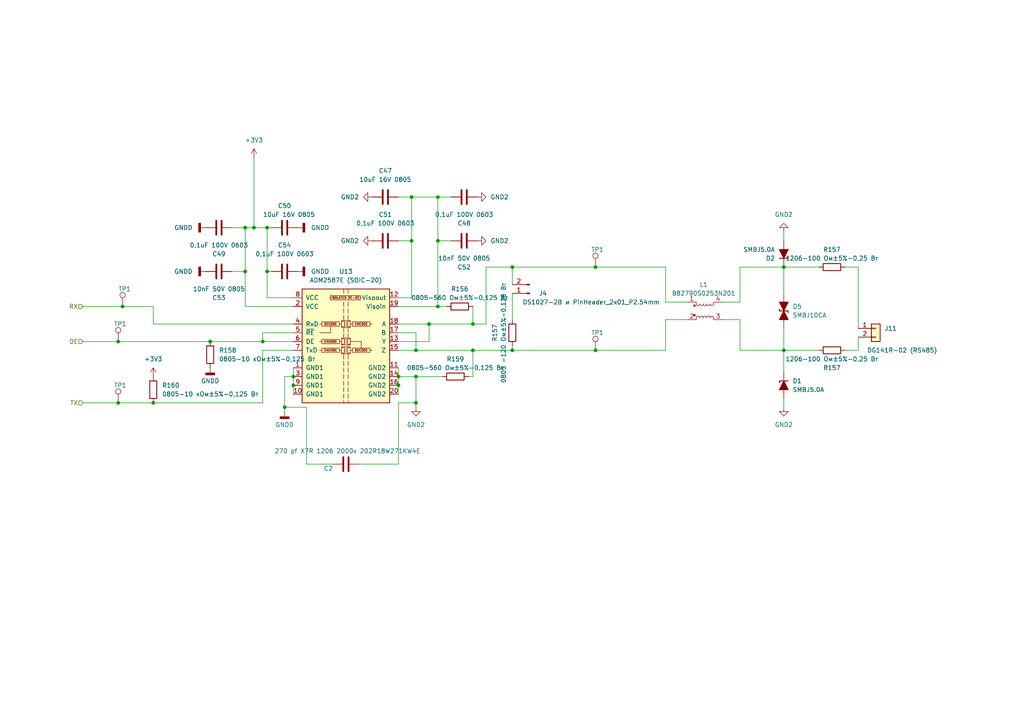
<source format=kicad_sch>
(kicad_sch (version 20230121) (generator eeschema)
  (paper "A4")
  (lib_symbols
    (symbol "Connector:Conn_01x02_Pin" (pin_names (offset 1.016) hide)
      (property "Reference" "J" (at 0 2.54 0))
      (property "Value" "Conn_01x02_Pin" (at 0 -5.08 0))
      (symbol "Conn_01x02_Pin_1_1"
        (polyline (pts (xy 1.27 -2.54) (xy 0.8636 -2.54)) (stroke (width 0.1524)))
        (polyline (pts (xy 1.27 0) (xy 0.8636 0)) (stroke (width 0.1524)))
        (rectangle (start 0.8636 -2.413) (end 0 -2.667) (stroke (width 0.1524)) (fill (type outline)))
        (rectangle (start 0.8636 0.127) (end 0 -0.127) (stroke (width 0.1524)) (fill (type outline)))
        (pin passive line (at 5.08 0 180) (length 3.81) (name "Pin_1") (number "1"))
        (pin passive line (at 5.08 -2.54 180) (length 3.81) (name "Pin_2") (number "2"))
      )
    )
    (symbol "Connector:TestPoint" (pin_numbers hide) (pin_names (offset 0.762) hide)
      (property "Reference" "TP" (at 0 6.858 0))
      (property "Value" "TestPoint" (at 0 5.08 0))
      (symbol "TestPoint_0_1"
        (circle (center 0 3.302) (radius 0.762))
      )
      (symbol "TestPoint_1_1"
        (pin passive line (at 0 0 90) (length 2.54) (name "1") (number "1"))
      )
    )
    (symbol "Connector_Generic:Conn_01x02" (pin_names (offset 1.016) hide)
      (property "Reference" "J" (at 0 2.54 0))
      (property "Value" "Conn_01x02" (at 0 -5.08 0))
      (symbol "Conn_01x02_1_1"
        (rectangle (start -1.27 -2.413) (end 0 -2.667) (stroke (width 0.1524)))
        (rectangle (start -1.27 0.127) (end 0 -0.127) (stroke (width 0.1524)))
        (rectangle (start -1.27 1.27) (end 1.27 -3.81) (stroke (width 0.254)) (fill (type background)))
        (pin passive line (at -5.08 0 0) (length 3.81) (name "Pin_1") (number "1"))
        (pin passive line (at -5.08 -2.54 0) (length 3.81) (name "Pin_2") (number "2"))
      )
    )
    (symbol "Device:C" (pin_numbers hide) (pin_names (offset 0.254))
      (property "Reference" "C" (at 0.635 2.54 0))
      (property "Value" "C" (at 0.635 -2.54 0))
      (symbol "C_0_1"
        (polyline (pts (xy -2.032 -0.762) (xy 2.032 -0.762)) (stroke (width 0.508)))
        (polyline (pts (xy -2.032 0.762) (xy 2.032 0.762)) (stroke (width 0.508)))
      )
      (symbol "C_1_1"
        (pin passive line (at 0 3.81 270) (length 2.794) (name "~") (number "1"))
        (pin passive line (at 0 -3.81 90) (length 2.794) (name "~") (number "2"))
      )
    )
    (symbol "Device:L_Coupled_1423" (pin_names (offset 0.254) hide)
      (property "Reference" "L" (at 0 4.445 0))
      (property "Value" "L_Coupled_1423" (at 0 -4.445 0))
      (symbol "L_Coupled_1423_0_1"
        (circle (center -3.048 -1.27) (radius 0.254) (fill (type outline)))
        (circle (center -3.048 1.524) (radius 0.254) (fill (type outline)))
        (arc (start -2.54 2.032) (mid -2.032 1.5262) (end -1.524 2.032))
        (arc (start -1.524 -2.032) (mid -2.032 -1.5262) (end -2.54 -2.032))
        (arc (start -1.524 2.032) (mid -1.016 1.5262) (end -0.508 2.032))
        (arc (start -0.508 -2.032) (mid -1.016 -1.5262) (end -1.524 -2.032))
        (arc (start -0.508 2.032) (mid 0 1.5262) (end 0.508 2.032))
        (polyline (pts (xy -2.54 -2.032) (xy -2.54 -2.54)))
        (polyline (pts (xy -2.54 2.032) (xy -2.54 2.54)))
        (polyline (pts (xy 2.54 -2.032) (xy 2.54 -2.54)))
        (polyline (pts (xy 2.54 2.54) (xy 2.54 2.032)))
        (arc (start 0.508 -2.032) (mid 0 -1.5262) (end -0.508 -2.032))
        (arc (start 0.508 2.032) (mid 1.016 1.5262) (end 1.524 2.032))
        (arc (start 1.524 -2.032) (mid 1.016 -1.5262) (end 0.508 -2.032))
        (arc (start 1.524 2.032) (mid 2.032 1.5262) (end 2.54 2.032))
        (arc (start 2.54 -2.032) (mid 2.032 -1.5262) (end 1.524 -2.032))
      )
      (symbol "L_Coupled_1423_1_1"
        (pin passive line (at -5.08 2.54 0) (length 2.54) (name "1") (number "1"))
        (pin passive line (at -5.08 -2.54 0) (length 2.54) (name "2") (number "2"))
        (pin passive line (at 5.08 -2.54 180) (length 2.54) (name "3") (number "3"))
        (pin passive line (at 5.08 2.54 180) (length 2.54) (name "4") (number "4"))
      )
    )
    (symbol "Device:R" (pin_numbers hide) (pin_names (offset 0))
      (property "Reference" "R" (at 2.032 0 90))
      (property "Value" "R" (at 0 0 90))
      (symbol "R_0_1"
        (rectangle (start -1.016 -2.54) (end 1.016 2.54) (stroke (width 0.254)))
      )
      (symbol "R_1_1"
        (pin passive line (at 0 3.81 270) (length 1.27) (name "~") (number "1"))
        (pin passive line (at 0 -3.81 90) (length 1.27) (name "~") (number "2"))
      )
    )
    (symbol "Interface_UART:ADM2587E" (pin_names (offset 1.016))
      (property "Reference" "U" (at 0 21.59 0))
      (property "Value" "ADM2587E" (at 0 19.05 0))
      (symbol "ADM2587E_0_0"
        (rectangle (start -1.905 0.635) (end -6.985 -0.635))
        (rectangle (start -1.27 1.016) (end 1.27 -1.016))
        (rectangle (start -1.27 3.556) (end 1.27 1.524))
        (rectangle (start -1.27 8.636) (end 1.27 6.604))
        (arc (start -0.508 -0.762) (mid -0.2551 -0.508) (end -0.508 -0.254))
        (arc (start -0.508 -0.254) (mid -0.2551 0) (end -0.508 0.254))
        (arc (start -0.508 0.254) (mid -0.2551 0.508) (end -0.508 0.762))
        (arc (start -0.508 1.778) (mid -0.2551 2.032) (end -0.508 2.286))
        (arc (start -0.508 2.286) (mid -0.2551 2.54) (end -0.508 2.794))
        (arc (start -0.508 2.794) (mid -0.2551 3.048) (end -0.508 3.302))
        (arc (start -0.508 6.858) (mid -0.2551 7.112) (end -0.508 7.366))
        (arc (start -0.508 7.366) (mid -0.2551 7.62) (end -0.508 7.874))
        (arc (start -0.508 7.874) (mid -0.2551 8.128) (end -0.508 8.382))
        (polyline (pts (xy -6.985 0) (xy -7.62 0)))
        (polyline (pts (xy -6.985 2.54) (xy -7.62 2.54)))
        (polyline (pts (xy -6.985 7.62) (xy -7.62 7.62)))
        (polyline (pts (xy -4.445 14.605) (xy 4.191 14.605)))
        (polyline (pts (xy -4.445 15.24) (xy -4.826 15.24)))
        (polyline (pts (xy -4.445 15.875) (xy -4.445 14.605)))
        (polyline (pts (xy -1.905 0) (xy -1.27 0)))
        (polyline (pts (xy -1.905 2.54) (xy -1.27 2.54)))
        (polyline (pts (xy -1.905 7.62) (xy -1.27 7.62)))
        (polyline (pts (xy -1.27 -0.762) (xy -0.508 -0.762)))
        (polyline (pts (xy -1.27 0.762) (xy -0.508 0.762)))
        (polyline (pts (xy -1.27 1.778) (xy -0.508 1.778)))
        (polyline (pts (xy -1.27 3.302) (xy -0.508 3.302)))
        (polyline (pts (xy -1.27 6.858) (xy -0.508 6.858)))
        (polyline (pts (xy -1.27 8.382) (xy -0.508 8.382)))
        (polyline (pts (xy -0.635 -14.605) (xy -0.635 -15.24)))
        (polyline (pts (xy -0.635 -12.7) (xy -0.635 -13.97)))
        (polyline (pts (xy -0.635 -10.795) (xy -0.635 -12.065)))
        (polyline (pts (xy -0.635 -8.89) (xy -0.635 -10.16)))
        (polyline (pts (xy -0.635 -6.985) (xy -0.635 -8.255)))
        (polyline (pts (xy -0.635 -5.08) (xy -0.635 -6.35)))
        (polyline (pts (xy -0.635 -3.175) (xy -0.635 -4.445)))
        (polyline (pts (xy -0.635 -1.27) (xy -0.635 -2.54)))
        (polyline (pts (xy -0.635 4.826) (xy -0.635 3.81)))
        (polyline (pts (xy -0.635 6.35) (xy -0.635 5.334)))
        (polyline (pts (xy -0.635 8.89) (xy -0.635 10.16)))
        (polyline (pts (xy -0.635 10.795) (xy -0.635 12.065)))
        (polyline (pts (xy -0.635 12.7) (xy -0.635 13.97)))
        (polyline (pts (xy -0.635 17.78) (xy -0.635 16.51)))
        (polyline (pts (xy 0.635 -14.605) (xy 0.635 -15.24)))
        (polyline (pts (xy 0.635 -12.7) (xy 0.635 -13.97)))
        (polyline (pts (xy 0.635 -10.795) (xy 0.635 -12.065)))
        (polyline (pts (xy 0.635 -8.89) (xy 0.635 -10.16)))
        (polyline (pts (xy 0.635 -6.985) (xy 0.635 -8.255)))
        (polyline (pts (xy 0.635 -5.08) (xy 0.635 -6.35)))
        (polyline (pts (xy 0.635 -3.175) (xy 0.635 -4.445)))
        (polyline (pts (xy 0.635 -1.27) (xy 0.635 -2.54)))
        (polyline (pts (xy 0.635 3.81) (xy 0.635 4.826)))
        (polyline (pts (xy 0.635 6.35) (xy 0.635 5.334)))
        (polyline (pts (xy 0.635 8.89) (xy 0.635 10.16)))
        (polyline (pts (xy 0.635 12.065) (xy 0.635 10.795)))
        (polyline (pts (xy 0.635 13.97) (xy 0.635 12.7)))
        (polyline (pts (xy 0.635 17.78) (xy 0.635 16.51)))
        (polyline (pts (xy 1.27 -0.762) (xy 0.508 -0.762)))
        (polyline (pts (xy 1.27 0.762) (xy 0.508 0.762)))
        (polyline (pts (xy 1.27 1.778) (xy 0.508 1.778)))
        (polyline (pts (xy 1.27 3.302) (xy 0.508 3.302)))
        (polyline (pts (xy 1.27 6.858) (xy 0.508 6.858)))
        (polyline (pts (xy 1.27 8.382) (xy 0.508 8.382)))
        (polyline (pts (xy 1.905 0) (xy 1.27 0)))
        (polyline (pts (xy 1.905 7.62) (xy 1.27 7.62)))
        (polyline (pts (xy 4.191 15.24) (xy 4.572 15.24)))
        (polyline (pts (xy 4.191 15.875) (xy -4.445 15.875)))
        (polyline (pts (xy 4.191 15.875) (xy 4.191 14.605)))
        (polyline (pts (xy 6.985 0) (xy 7.62 0)))
        (polyline (pts (xy 6.985 7.62) (xy 7.62 7.62)))
        (arc (start 0.508 -0.254) (mid 0.2551 -0.508) (end 0.508 -0.762))
        (arc (start 0.508 0.254) (mid 0.2551 0) (end 0.508 -0.254))
        (arc (start 0.508 0.762) (mid 0.2551 0.508) (end 0.508 0.254))
        (arc (start 0.508 2.286) (mid 0.2551 2.032) (end 0.508 1.778))
        (arc (start 0.508 2.794) (mid 0.2551 2.54) (end 0.508 2.286))
        (arc (start 0.508 3.302) (mid 0.2551 3.048) (end 0.508 2.794))
        (arc (start 0.508 7.366) (mid 0.2551 7.112) (end 0.508 6.858))
        (arc (start 0.508 7.874) (mid 0.2551 7.62) (end 0.508 7.366))
        (arc (start 0.508 8.382) (mid 0.2551 8.128) (end 0.508 7.874))
        (rectangle (start 1.905 0.635) (end 6.985 -0.635))
        (rectangle (start 1.905 8.255) (end 6.985 6.985))
        (text "DECODE" (at -4.445 7.62 0) (effects (font (size 0.635 0.635))))
        (text "DECODE" (at 4.445 0 0) (effects (font (size 0.635 0.635))))
        (text "ENCODE" (at -4.445 0 0) (effects (font (size 0.635 0.635))))
        (text "ENCODE" (at -4.445 2.54 0) (effects (font (size 0.635 0.635))))
        (text "ENCODE" (at 4.445 7.62 0) (effects (font (size 0.635 0.635))))
        (text "ISOLATED DC-DC" (at -0.127 15.24 0) (effects (font (size 0.635 0.635))))
      )
      (symbol "ADM2587E_0_1"
        (rectangle (start -12.7 17.78) (end 12.7 -15.24) (stroke (width 0.254)) (fill (type background)))
        (rectangle (start -1.905 3.175) (end -6.985 1.905))
        (rectangle (start -1.905 8.255) (end -6.985 6.985))
        (polyline (pts (xy -7.62 5.08) (xy -4.445 5.08) (xy -4.445 6.985)))
        (polyline (pts (xy 1.27 2.54) (xy 4.445 2.54) (xy 4.445 0.635)))
      )
      (symbol "ADM2587E_1_1"
        (pin power_in line (at -15.24 -5.08 0) (length 2.54) (name "GND1") (number "1"))
        (pin power_in line (at -15.24 -12.7 0) (length 2.54) (name "GND1") (number "10"))
        (pin power_in line (at 15.24 -5.08 180) (length 2.54) (name "GND2") (number "11"))
        (pin power_out line (at 15.24 15.24 180) (length 2.54) (name "Visoout") (number "12"))
        (pin output line (at 15.24 2.54 180) (length 2.54) (name "Y") (number "13"))
        (pin power_in line (at 15.24 -7.62 180) (length 2.54) (name "GND2") (number "14"))
        (pin output line (at 15.24 0 180) (length 2.54) (name "Z") (number "15"))
        (pin power_in line (at 15.24 -10.16 180) (length 2.54) (name "GND2") (number "16"))
        (pin input line (at 15.24 5.08 180) (length 2.54) (name "B") (number "17"))
        (pin input line (at 15.24 7.62 180) (length 2.54) (name "A") (number "18"))
        (pin power_in line (at 15.24 12.7 180) (length 2.54) (name "Visoin") (number "19"))
        (pin power_in line (at -15.24 12.7 0) (length 2.54) (name "VCC") (number "2"))
        (pin power_in line (at 15.24 -12.7 180) (length 2.54) (name "GND2") (number "20"))
        (pin power_in line (at -15.24 -7.62 0) (length 2.54) (name "GND1") (number "3"))
        (pin output line (at -15.24 7.62 0) (length 2.54) (name "RxD") (number "4"))
        (pin input line (at -15.24 5.08 0) (length 2.54) (name "~{RE}") (number "5"))
        (pin input line (at -15.24 2.54 0) (length 2.54) (name "DE") (number "6"))
        (pin input line (at -15.24 0 0) (length 2.54) (name "TxD") (number "7"))
        (pin power_in line (at -15.24 15.24 0) (length 2.54) (name "VCC") (number "8"))
        (pin power_in line (at -15.24 -10.16 0) (length 2.54) (name "GND1") (number "9"))
      )
    )
    (symbol "PCM_4ms_Power-symbol:+3.3V" (power) (pin_numbers hide) (pin_names (offset 0) hide)
      (property "Value" "+3.3V" (at 0 3.556 0))
      (symbol "+3.3V_0_1"
        (polyline (pts (xy -0.762 1.27) (xy 0 2.54)))
        (polyline (pts (xy 0 0) (xy 0 2.54)))
        (polyline (pts (xy 0 2.54) (xy 0.762 1.27)))
      )
      (symbol "+3.3V_1_1"
        (pin power_in line (at 0 0 90) (length 0) hide (name "+3V3") (number "1"))
      )
    )
    (symbol "PCM_4ms_Power-symbol:GND2" (power) (pin_numbers hide) (pin_names (offset 0) hide)
      (property "Value" "GND2" (at 0 -3.81 0))
      (symbol "GND2_0_1"
        (polyline (pts (xy 0 0) (xy 0 -1.27) (xy 1.27 -1.27) (xy 0 -2.54) (xy -1.27 -1.27) (xy 0 -1.27)))
      )
      (symbol "GND2_1_1"
        (pin power_in line (at 0 0 270) (length 0) hide (name "GND2") (number "1"))
      )
    )
    (symbol "PCM_Diode_TVS_AKL:SMBJ10CA" (pin_numbers hide) (pin_names (offset 1.016) hide)
      (property "Reference" "D" (at 0 5.08 0))
      (property "Value" "SMBJ10CA" (at 0 2.54 0))
      (symbol "SMBJ10CA_0_1"
        (polyline (pts (xy 0 -1.27) (xy -0.508 -1.27)) (stroke (width 0.254)))
        (polyline (pts (xy 0 1.27) (xy 0 -1.27)) (stroke (width 0.254)))
        (polyline (pts (xy 0 1.27) (xy 0.508 1.27)) (stroke (width 0.254)))
        (polyline (pts (xy 1.27 0) (xy -1.27 0)))
        (polyline (pts (xy 0 0) (xy -2.54 1.27) (xy -2.54 -1.27) (xy 0 0)) (stroke (width 0.254)) (fill (type outline)))
        (polyline (pts (xy 2.54 1.27) (xy 2.54 -1.27) (xy 0 0) (xy 2.54 1.27)) (stroke (width 0.254)) (fill (type outline)))
      )
      (symbol "SMBJ10CA_1_1"
        (pin passive line (at -5.08 0 0) (length 2.54) (name "K") (number "1"))
        (pin passive line (at 5.08 0 180) (length 2.54) (name "A") (number "2"))
      )
    )
    (symbol "PCM_Diode_TVS_AKL:SMBJ5.0A" (pin_numbers hide) (pin_names (offset 1.016) hide)
      (property "Reference" "D" (at 0 5.08 0))
      (property "Value" "SMBJ5.0A" (at 0 2.54 0))
      (symbol "SMBJ5.0A_0_1"
        (polyline (pts (xy -1.27 0) (xy 1.27 0)))
        (polyline (pts (xy 1.27 -1.27) (xy 1.27 1.27)) (stroke (width 0.254)))
        (polyline (pts (xy 1.27 1.27) (xy 0.762 1.27)) (stroke (width 0.254)))
        (polyline (pts (xy -1.27 1.27) (xy -1.27 -1.27) (xy 1.27 0) (xy -1.27 1.27)) (stroke (width 0.254)) (fill (type outline)))
      )
      (symbol "SMBJ5.0A_1_1"
        (pin passive line (at 3.81 0 180) (length 2.54) (name "K") (number "1"))
        (pin passive line (at -3.81 0 0) (length 2.54) (name "A") (number "2"))
      )
    )
    (symbol "power:GNDD" (power) (pin_numbers hide) (pin_names (offset 0) hide)
      (property "Value" "GNDD" (at 0 -3.175 0))
      (symbol "GNDD_0_1"
        (rectangle (start -1.27 -1.524) (end 1.27 -2.032) (stroke (width 0.254)) (fill (type outline)))
        (polyline (pts (xy 0 0) (xy 0 -1.524)))
      )
      (symbol "GNDD_1_1"
        (pin power_in line (at 0 0 270) (length 0) hide (name "GNDD") (number "1"))
      )
    )
  )
  (junction (at 120.65 116.84))
  (junction (at 76.2 99.06))
  (junction (at 35.56 88.9))
  (junction (at 115.57 111.76))
  (junction (at 119.38 69.85))
  (junction (at 127 88.9))
  (junction (at 137.16 101.6))
  (junction (at 60.96 99.06))
  (junction (at 127 69.85))
  (junction (at 34.29 116.84))
  (junction (at 77.47 66.04))
  (junction (at 71.12 66.04))
  (junction (at 148.59 77.47))
  (junction (at 71.12 78.74))
  (junction (at 73.66 66.04))
  (junction (at 119.38 57.15))
  (junction (at 120.65 101.6))
  (junction (at 120.65 109.22))
  (junction (at 227.33 101.6))
  (junction (at 82.55 118.11))
  (junction (at 172.72 101.6))
  (junction (at 85.09 111.76))
  (junction (at 115.57 109.22))
  (junction (at 124.46 93.98))
  (junction (at 137.16 93.98))
  (junction (at 172.72 77.47))
  (junction (at 44.45 116.84))
  (junction (at 127 57.15))
  (junction (at 227.33 77.47))
  (junction (at 34.29 99.06))
  (junction (at 77.47 78.74))
  (junction (at 148.59 101.6))
  (junction (at 85.09 109.22))
  (wire (pts (xy 209.55 92.71) (xy 214.63 92.71)))
  (wire (pts (xy 34.29 99.06) (xy 60.96 99.06)))
  (wire (pts (xy 82.55 109.22) (xy 85.09 109.22)))
  (wire (pts (xy 77.47 78.74) (xy 77.47 86.36)))
  (wire (pts (xy 120.65 109.22) (xy 128.27 109.22)))
  (wire (pts (xy 148.59 77.47) (xy 172.72 77.47)))
  (wire (pts (xy 227.33 115.57) (xy 227.33 118.11)))
  (wire (pts (xy 148.59 77.47) (xy 148.59 82.55)))
  (wire (pts (xy 88.9 134.62) (xy 88.9 118.11)))
  (wire (pts (xy 115.57 93.98) (xy 124.46 93.98)))
  (wire (pts (xy 67.31 78.74) (xy 71.12 78.74)))
  (wire (pts (xy 85.09 96.52) (xy 76.2 96.52)))
  (wire (pts (xy 115.57 111.76) (xy 115.57 114.3)))
  (wire (pts (xy 82.55 119.38) (xy 82.55 118.11)))
  (wire (pts (xy 245.11 77.47) (xy 248.92 77.47)))
  (wire (pts (xy 127 69.85) (xy 127 88.9)))
  (wire (pts (xy 85.09 101.6) (xy 76.2 101.6)))
  (wire (pts (xy 245.11 101.6) (xy 248.92 101.6)))
  (wire (pts (xy 115.57 109.22) (xy 120.65 109.22)))
  (wire (pts (xy 44.45 93.98) (xy 44.45 88.9)))
  (wire (pts (xy 104.14 134.62) (xy 115.57 134.62)))
  (wire (pts (xy 73.66 66.04) (xy 77.47 66.04)))
  (wire (pts (xy 78.74 66.04) (xy 77.47 66.04)))
  (wire (pts (xy 115.57 57.15) (xy 119.38 57.15)))
  (wire (pts (xy 209.55 87.63) (xy 214.63 87.63)))
  (wire (pts (xy 137.16 88.9) (xy 137.16 93.98)))
  (wire (pts (xy 148.59 101.6) (xy 172.72 101.6)))
  (wire (pts (xy 115.57 101.6) (xy 120.65 101.6)))
  (wire (pts (xy 120.65 116.84) (xy 120.65 118.11)))
  (wire (pts (xy 130.81 57.15) (xy 127 57.15)))
  (wire (pts (xy 78.74 78.74) (xy 77.47 78.74)))
  (wire (pts (xy 137.16 101.6) (xy 148.59 101.6)))
  (wire (pts (xy 76.2 116.84) (xy 44.45 116.84)))
  (wire (pts (xy 140.97 77.47) (xy 148.59 77.47)))
  (wire (pts (xy 115.57 99.06) (xy 124.46 99.06)))
  (wire (pts (xy 44.45 88.9) (xy 35.56 88.9)))
  (wire (pts (xy 60.96 99.06) (xy 76.2 99.06)))
  (wire (pts (xy 71.12 66.04) (xy 73.66 66.04)))
  (wire (pts (xy 85.09 106.68) (xy 85.09 109.22)))
  (wire (pts (xy 120.65 96.52) (xy 120.65 101.6)))
  (wire (pts (xy 130.81 69.85) (xy 127 69.85)))
  (wire (pts (xy 148.59 100.33) (xy 148.59 101.6)))
  (wire (pts (xy 140.97 77.47) (xy 140.97 93.98)))
  (wire (pts (xy 76.2 96.52) (xy 76.2 99.06)))
  (wire (pts (xy 227.33 77.47) (xy 237.49 77.47)))
  (wire (pts (xy 82.55 118.11) (xy 82.55 109.22)))
  (wire (pts (xy 88.9 118.11) (xy 82.55 118.11)))
  (wire (pts (xy 115.57 88.9) (xy 127 88.9)))
  (wire (pts (xy 199.39 87.63) (xy 193.04 87.63)))
  (wire (pts (xy 85.09 88.9) (xy 71.12 88.9)))
  (wire (pts (xy 71.12 78.74) (xy 71.12 66.04)))
  (wire (pts (xy 148.59 85.09) (xy 148.59 92.71)))
  (wire (pts (xy 115.57 106.68) (xy 115.57 109.22)))
  (wire (pts (xy 227.33 69.85) (xy 227.33 67.31)))
  (wire (pts (xy 137.16 109.22) (xy 137.16 101.6)))
  (wire (pts (xy 77.47 66.04) (xy 77.47 78.74)))
  (wire (pts (xy 119.38 86.36) (xy 119.38 69.85)))
  (wire (pts (xy 193.04 92.71) (xy 193.04 101.6)))
  (wire (pts (xy 227.33 77.47) (xy 227.33 85.09)))
  (wire (pts (xy 135.89 109.22) (xy 137.16 109.22)))
  (wire (pts (xy 115.57 86.36) (xy 119.38 86.36)))
  (wire (pts (xy 96.52 134.62) (xy 88.9 134.62)))
  (wire (pts (xy 120.65 109.22) (xy 120.65 116.84)))
  (wire (pts (xy 76.2 99.06) (xy 85.09 99.06)))
  (wire (pts (xy 115.57 116.84) (xy 120.65 116.84)))
  (wire (pts (xy 71.12 78.74) (xy 71.12 88.9)))
  (wire (pts (xy 214.63 87.63) (xy 214.63 77.47)))
  (wire (pts (xy 73.66 45.72) (xy 73.66 66.04)))
  (wire (pts (xy 172.72 101.6) (xy 193.04 101.6)))
  (wire (pts (xy 35.56 88.9) (xy 24.13 88.9)))
  (wire (pts (xy 137.16 93.98) (xy 140.97 93.98)))
  (wire (pts (xy 85.09 111.76) (xy 85.09 114.3)))
  (wire (pts (xy 120.65 101.6) (xy 137.16 101.6)))
  (wire (pts (xy 115.57 109.22) (xy 115.57 111.76)))
  (wire (pts (xy 67.31 66.04) (xy 71.12 66.04)))
  (wire (pts (xy 115.57 69.85) (xy 119.38 69.85)))
  (wire (pts (xy 248.92 97.79) (xy 248.92 101.6)))
  (wire (pts (xy 24.13 99.06) (xy 34.29 99.06)))
  (wire (pts (xy 34.29 116.84) (xy 44.45 116.84)))
  (wire (pts (xy 127 88.9) (xy 129.54 88.9)))
  (wire (pts (xy 172.72 77.47) (xy 193.04 77.47)))
  (wire (pts (xy 115.57 134.62) (xy 115.57 116.84)))
  (wire (pts (xy 119.38 57.15) (xy 119.38 69.85)))
  (wire (pts (xy 115.57 96.52) (xy 120.65 96.52)))
  (wire (pts (xy 85.09 93.98) (xy 44.45 93.98)))
  (wire (pts (xy 119.38 57.15) (xy 127 57.15)))
  (wire (pts (xy 124.46 93.98) (xy 137.16 93.98)))
  (wire (pts (xy 124.46 99.06) (xy 124.46 93.98)))
  (wire (pts (xy 127 69.85) (xy 127 57.15)))
  (wire (pts (xy 227.33 95.25) (xy 227.33 101.6)))
  (wire (pts (xy 248.92 77.47) (xy 248.92 95.25)))
  (wire (pts (xy 193.04 87.63) (xy 193.04 77.47)))
  (wire (pts (xy 227.33 101.6) (xy 227.33 107.95)))
  (wire (pts (xy 227.33 101.6) (xy 237.49 101.6)))
  (wire (pts (xy 199.39 92.71) (xy 193.04 92.71)))
  (wire (pts (xy 77.47 86.36) (xy 85.09 86.36)))
  (wire (pts (xy 76.2 101.6) (xy 76.2 116.84)))
  (wire (pts (xy 85.09 109.22) (xy 85.09 111.76)))
  (wire (pts (xy 214.63 92.71) (xy 214.63 101.6)))
  (wire (pts (xy 214.63 101.6) (xy 227.33 101.6)))
  (wire (pts (xy 214.63 77.47) (xy 227.33 77.47)))
  (wire (pts (xy 24.13 116.84) (xy 34.29 116.84)))
  (hierarchical_label "DE" (shape input) (at 24.13 99.06 180))
  (hierarchical_label "RX" (shape input) (at 24.13 88.9 180))
  (hierarchical_label "TX" (shape input) (at 24.13 116.84 180))
  (symbol (lib_id "power:GNDD") (at 60.96 106.68 0) (unit 1)
    (property "Reference" "#PWR0127" (effects hide))
    (property "Value" "GNDD" (at 60.96 110.49 0))
    (instances (project "ПА и коммутации" (path "" (reference "#PWR0127") (unit 1))) (project "Плата основного контроллера" (path "" (reference "#PWR039") (unit 1))) (project "Плата внешних шаговых двигателей" (path "" (reference "#PWR014") (unit 1))) (project "ИБП" (path "" (reference "#PWR0188") (unit 1)) (path "" (reference "#PWR0189") (unit 1)) (path "" (reference "#PWR0218") (unit 1))) (project "CommonControl" (path "" (reference "#PWR014") (unit 1)) (path "" (reference "#PWR0127") (unit 1))))
  )
  (symbol (lib_id "Device:C") (at 82.55 78.74 90) (unit 1)
    (property "Reference" "C54" (at 82.55 71.12 90))
    (property "Value" "0,1uF 100V 0603" (at 82.55 73.66 90))
    (property "Footprint" "Capacitor_SMD:C_0603_1608Metric" (effects hide))
    (instances (project "ПА и коммутации" (path "" (reference "C54") (unit 1))) (project "Плата основного контроллера" (path "" (reference "C22") (unit 1))) (project "ИБП" (path "" (reference "C140") (unit 1))) (project "CommonControl" (path "" (reference "C54") (unit 1))))
  )
  (symbol (lib_id "power:GNDD") (at 86.36 78.74 90) (unit 1)
    (property "Reference" "#PWR0126" (effects hide))
    (property "Value" "GNDD" (at 90.17 78.74 90) (effects (justify right)))
    (instances (project "ПА и коммутации" (path "" (reference "#PWR0126") (unit 1))) (project "Плата основного контроллера" (path "" (reference "#PWR038") (unit 1))) (project "Плата внешних шаговых двигателей" (path "" (reference "#PWR014") (unit 1))) (project "ИБП" (path "" (reference "#PWR0188") (unit 1)) (path "" (reference "#PWR0189") (unit 1)) (path "" (reference "#PWR0217") (unit 1))) (project "CommonControl" (path "" (reference "#PWR014") (unit 1)) (path "" (reference "#PWR0126") (unit 1))))
  )
  (symbol (lib_id "PCM_4ms_Power-symbol:+3.3V") (at 44.45 109.22 0) (unit 1)
    (property "Reference" "#PWR093" (effects hide))
    (property "Value" "+3.3V" (at 44.45 104.14 0))
    (instances (project "Плата основного контроллера" (path "" (reference "#PWR093") (unit 1)) (path "" (reference "#PWR011") (unit 1))))
  )
  (symbol (lib_id "power:GNDD") (at 59.69 66.04 270) (mirror x) (unit 1)
    (property "Reference" "#PWR0121" (effects hide))
    (property "Value" "GNDD" (at 55.88 66.04 90) (effects (justify right)))
    (instances (project "ПА и коммутации" (path "" (reference "#PWR0121") (unit 1))) (project "Плата основного контроллера" (path "" (reference "#PWR023") (unit 1))) (project "Плата внешних шаговых двигателей" (path "" (reference "#PWR014") (unit 1))) (project "ИБП" (path "" (reference "#PWR0188") (unit 1)) (path "" (reference "#PWR0189") (unit 1)) (path "" (reference "#PWR0212") (unit 1))) (project "CommonControl" (path "" (reference "#PWR014") (unit 1)) (path "" (reference "#PWR0121") (unit 1))))
  )
  (symbol (lib_id "Interface_UART:ADM2587E") (at 100.33 101.6 0) (unit 1)
    (property "Reference" "U13" (at 100.33 78.74 0))
    (property "Value" "ADM2587E (SOIC-20)" (at 100.33 81.28 0))
    (property "Footprint" "Package_SO:SOIC-20W_7.5x12.8mm_P1.27mm" (effects hide))
    (property "Datasheet" "www.analog.com/media/en/technical-documentation/data-sheets/ADM2582E_2587E.pdf" (effects hide))
    (instances (project "ПА и коммутации" (path "" (reference "U13") (unit 1))) (project "Плата основного контроллера" (path "" (reference "U6") (unit 1))) (project "ИБП" (path "" (reference "U35") (unit 1))) (project "CommonControl" (path "" (reference "U13") (unit 1))))
  )
  (symbol (lib_id "PCM_4ms_Power-symbol:GND2") (at 227.33 118.11 0) (unit 1)
    (property "Reference" "#PWR045" (effects hide))
    (property "Value" "GND2" (at 227.33 123.19 0))
  )
  (symbol (lib_id "Device:R") (at 241.3 77.47 90) (unit 1)
    (property "Reference" "R157" (at 241.3 72.39 90))
    (property "Value" "1206-100 Ом±5%-0,25 Вт" (at 241.3 74.93 90))
    (property "Footprint" "PCM_4ms_Resistor:R_1206_3216Metric" (effects hide))
    (instances (project "ПА и коммутации" (path "" (reference "R157") (unit 1))) (project "Плата основного контроллера" (path "" (reference "R17") (unit 1))) (project "Плата дискретных входов" (path "" (reference "R3") (unit 1))) (project "ИБП" (path "" (reference "R346") (unit 1))) (project "CommonControl" (path "" (reference "R157") (unit 1))))
  )
  (symbol (lib_id "PCM_4ms_Power-symbol:+3.3V") (at 73.66 45.72 0) (unit 1)
    (property "Reference" "#PWR093" (effects hide))
    (property "Value" "+3.3V" (at 73.66 40.64 0))
    (instances (project "Плата основного контроллера" (path "" (reference "#PWR093") (unit 1)) (path "" (reference "#PWR013") (unit 1))))
  )
  (symbol (lib_id "PCM_4ms_Power-symbol:GND2") (at 138.43 57.15 90) (unit 1)
    (property "Reference" "#PWR015" (effects hide))
    (property "Value" "GND2" (at 142.24 57.15 90) (effects (justify right)))
  )
  (symbol (lib_id "PCM_4ms_Power-symbol:GND2") (at 227.33 67.31 180) (unit 1)
    (property "Reference" "#PWR046" (effects hide))
    (property "Value" "GND2" (at 227.33 62.23 0))
  )
  (symbol (lib_id "Connector:TestPoint") (at 34.29 99.06 0) (unit 1) (in_bom no)
    (property "Reference" "TP1" (at 33.02 93.98 0) (effects (justify left)))
    (property "Value" "TestPoint" (effects hide))
    (property "Footprint" "PCM_4ms_TestPoint:TestPoint_D1" (effects hide))
    (instances (project "Плата основного контроллера" (path "" (reference "TP1") (unit 1)) (path "" (reference "TP28") (unit 1)) (path "" (reference "TP35") (unit 1))) (project "Плата внешних шаговых двигателей" (path "" (reference "TP22") (unit 1)) (path "" (reference "TP1") (unit 1))))
  )
  (symbol (lib_id "Device:C") (at 134.62 69.85 270) (unit 1)
    (property "Reference" "C52" (at 134.62 77.47 90))
    (property "Value" "10nF 50V 0805" (at 134.62 74.93 90))
    (property "Footprint" "PCM_Resistor_SMD_AKL:R_0805_2012Metric_Pad1.20x1.40mm_HandSolder" (effects hide))
    (instances (project "ПА и коммутации" (path "" (reference "C52") (unit 1))) (project "Плата основного контроллера" (path "" (reference "C20") (unit 1))) (project "ИБП" (path "" (reference "C138") (unit 1))) (project "CommonControl" (path "" (reference "C52") (unit 1))))
  )
  (symbol (lib_id "power:GNDD") (at 59.69 78.74 270) (mirror x) (unit 1)
    (property "Reference" "#PWR0125" (effects hide))
    (property "Value" "GNDD" (at 55.88 78.74 90) (effects (justify right)))
    (instances (project "ПА и коммутации" (path "" (reference "#PWR0125") (unit 1))) (project "Плата основного контроллера" (path "" (reference "#PWR037") (unit 1))) (project "Плата внешних шаговых двигателей" (path "" (reference "#PWR014") (unit 1))) (project "ИБП" (path "" (reference "#PWR0188") (unit 1)) (path "" (reference "#PWR0189") (unit 1)) (path "" (reference "#PWR0216") (unit 1))) (project "CommonControl" (path "" (reference "#PWR014") (unit 1)) (path "" (reference "#PWR0125") (unit 1))))
  )
  (symbol (lib_id "power:GNDD") (at 86.36 66.04 90) (unit 1)
    (property "Reference" "#PWR0122" (effects hide))
    (property "Value" "GNDD" (at 90.17 66.04 90) (effects (justify right)))
    (instances (project "ПА и коммутации" (path "" (reference "#PWR0122") (unit 1))) (project "Плата основного контроллера" (path "" (reference "#PWR024") (unit 1))) (project "Плата внешних шаговых двигателей" (path "" (reference "#PWR014") (unit 1))) (project "ИБП" (path "" (reference "#PWR0188") (unit 1)) (path "" (reference "#PWR0189") (unit 1)) (path "" (reference "#PWR0213") (unit 1))) (project "CommonControl" (path "" (reference "#PWR014") (unit 1)) (path "" (reference "#PWR0122") (unit 1))))
  )
  (symbol (lib_id "PCM_Diode_TVS_AKL:SMBJ5.0A") (at 227.33 111.76 90) (unit 1)
    (property "Reference" "D1" (at 229.87 110.49 90) (effects (justify right)))
    (property "Value" "SMBJ5.0A" (at 229.87 113.03 90) (effects (justify right)))
    (property "Footprint" "PCM_Diode_SMD_AKL:D_SMB" (effects hide))
    (property "Datasheet" "https://www.tme.eu/Document/0b6222bec7e12d83185b51d73cb6a54d/SMBJ_ser.pdf" (effects hide))
  )
  (symbol (lib_id "Device:R") (at 148.59 96.52 180) (unit 1)
    (property "Reference" "R157" (at 143.51 96.52 90))
    (property "Value" "0805 -120 Ом±5%-0,125 Вт" (at 146.05 96.52 90))
    (property "Footprint" "PCM_4ms_Resistor:R_0805_2012Metric" (effects hide))
    (instances (project "ПА и коммутации" (path "" (reference "R157") (unit 1))) (project "Плата основного контроллера" (path "" (reference "R8") (unit 1))) (project "Плата дискретных входов" (path "" (reference "R3") (unit 1))) (project "ИБП" (path "" (reference "R346") (unit 1))) (project "CommonControl" (path "" (reference "R157") (unit 1))))
  )
  (symbol (lib_id "Device:C") (at 82.55 66.04 270) (unit 1)
    (property "Reference" "C50" (at 82.55 59.69 90))
    (property "Value" "10uF 16V 0805" (at 83.82 62.23 90))
    (property "Footprint" "PCM_Capacitor_SMD_AKL:C_0805_2012Metric_Pad1.18x1.45mm_HandSolder" (effects hide))
    (instances (project "ПА и коммутации" (path "" (reference "C50") (unit 1))) (project "Плата основного контроллера" (path "" (reference "C18") (unit 1))) (project "ИБП" (path "" (reference "C136") (unit 1))) (project "CommonControl" (path "" (reference "C50") (unit 1))))
  )
  (symbol (lib_id "Device:C") (at 134.62 57.15 270) (unit 1)
    (property "Reference" "C48" (at 134.62 64.77 90))
    (property "Value" "0,1uF 100V 0603" (at 134.62 62.23 90))
    (property "Footprint" "Capacitor_SMD:C_0603_1608Metric" (effects hide))
    (instances (project "ПА и коммутации" (path "" (reference "C48") (unit 1))) (project "Плата основного контроллера" (path "" (reference "C16") (unit 1))) (project "ИБП" (path "" (reference "C134") (unit 1))) (project "CommonControl" (path "" (reference "C48") (unit 1))))
  )
  (symbol (lib_id "Device:C") (at 111.76 69.85 90) (unit 1)
    (property "Reference" "C51" (at 111.76 62.23 90))
    (property "Value" "0,1uF 100V 0603" (at 111.76 64.77 90))
    (property "Footprint" "Capacitor_SMD:C_0603_1608Metric" (effects hide))
    (instances (project "ПА и коммутации" (path "" (reference "C51") (unit 1))) (project "Плата основного контроллера" (path "" (reference "C19") (unit 1))) (project "ИБП" (path "" (reference "C137") (unit 1))) (project "CommonControl" (path "" (reference "C51") (unit 1))))
  )
  (symbol (lib_id "PCM_4ms_Power-symbol:GND2") (at 107.95 57.15 270) (unit 1)
    (property "Reference" "#PWR025" (effects hide))
    (property "Value" "GND2" (at 104.14 57.15 90) (effects (justify right)))
  )
  (symbol (lib_id "PCM_4ms_Power-symbol:GND2") (at 107.95 69.85 270) (unit 1)
    (property "Reference" "#PWR027" (effects hide))
    (property "Value" "GND2" (at 104.14 69.85 90) (effects (justify right)))
  )
  (symbol (lib_id "power:GNDD") (at 82.55 119.38 0) (unit 1)
    (property "Reference" "#PWR0130" (effects hide))
    (property "Value" "GNDD" (at 82.55 123.19 0))
    (instances (project "ПА и коммутации" (path "" (reference "#PWR0130") (unit 1))) (project "Плата основного контроллера" (path "" (reference "#PWR042") (unit 1))) (project "Плата внешних шаговых двигателей" (path "" (reference "#PWR014") (unit 1))) (project "ИБП" (path "" (reference "#PWR0188") (unit 1)) (path "" (reference "#PWR0189") (unit 1)) (path "" (reference "#PWR0221") (unit 1))) (project "CommonControl" (path "" (reference "#PWR014") (unit 1)) (path "" (reference "#PWR0130") (unit 1))))
  )
  (symbol (lib_id "Device:L_Coupled_1423") (at 204.47 90.17 0) (unit 1)
    (property "Reference" "L1" (at 204.089 82.55 0))
    (property "Value" "B82790S0253N201" (at 204.089 85.09 0))
    (property "Footprint" "Inductor_SMD:L_CommonMode_Delevan_4222" (effects hide))
  )
  (symbol (lib_id "PCM_4ms_Power-symbol:GND2") (at 120.65 118.11 0) (unit 1)
    (property "Reference" "#PWR043" (effects hide))
    (property "Value" "GND2" (at 120.65 123.19 0))
  )
  (symbol (lib_id "Device:R") (at 60.96 102.87 0) (unit 1)
    (property "Reference" "R158" (at 63.5 101.6 0) (effects (justify left)))
    (property "Value" "0805-10 кОм±5%-0,125 Вт" (at 63.5 104.14 0) (effects (justify left)))
    (property "Footprint" "PCM_4ms_Resistor:R_0805_2012Metric" (effects hide))
    (instances (project "ПА и коммутации" (path "" (reference "R158") (unit 1))) (project "Плата основного контроллера" (path "" (reference "R9") (unit 1))) (project "ИБП" (path "" (reference "R347") (unit 1))) (project "CommonControl" (path "" (reference "R158") (unit 1))))
  )
  (symbol (lib_id "PCM_Diode_TVS_AKL:SMBJ5.0A") (at 227.33 73.66 270) (unit 1)
    (property "Reference" "D2" (at 224.79 74.93 90) (effects (justify right)))
    (property "Value" "SMBJ5.0A" (at 224.79 72.39 90) (effects (justify right)))
    (property "Footprint" "PCM_Diode_SMD_AKL:D_SMB" (effects hide))
    (property "Datasheet" "https://www.tme.eu/Document/0b6222bec7e12d83185b51d73cb6a54d/SMBJ_ser.pdf" (effects hide))
  )
  (symbol (lib_id "Device:C") (at 111.76 57.15 90) (unit 1)
    (property "Reference" "C47" (at 111.76 49.53 90))
    (property "Value" "10uF 16V 0805" (at 111.76 52.07 90))
    (property "Footprint" "PCM_Capacitor_SMD_AKL:C_0805_2012Metric_Pad1.18x1.45mm_HandSolder" (effects hide))
    (instances (project "ПА и коммутации" (path "" (reference "C47") (unit 1))) (project "Плата основного контроллера" (path "" (reference "C15") (unit 1))) (project "ИБП" (path "" (reference "C133") (unit 1))) (project "CommonControl" (path "" (reference "C47") (unit 1))))
  )
  (symbol (lib_id "Device:R") (at 241.3 101.6 270) (unit 1)
    (property "Reference" "R157" (at 241.3 106.68 90))
    (property "Value" "1206-100 Ом±5%-0,25 Вт" (at 241.3 104.14 90))
    (property "Footprint" "PCM_4ms_Resistor:R_1206_3216Metric" (effects hide))
    (instances (project "ПА и коммутации" (path "" (reference "R157") (unit 1))) (project "Плата основного контроллера" (path "" (reference "R18") (unit 1))) (project "Плата дискретных входов" (path "" (reference "R3") (unit 1))) (project "ИБП" (path "" (reference "R346") (unit 1))) (project "CommonControl" (path "" (reference "R157") (unit 1))))
  )
  (symbol (lib_id "Device:C") (at 63.5 66.04 90) (mirror x) (unit 1)
    (property "Reference" "C49" (at 63.5 73.66 90))
    (property "Value" "0,1uF 100V 0603" (at 63.5 71.12 90))
    (property "Footprint" "Capacitor_SMD:C_0603_1608Metric" (effects hide))
    (instances (project "ПА и коммутации" (path "" (reference "C49") (unit 1))) (project "Плата основного контроллера" (path "" (reference "C17") (unit 1))) (project "ИБП" (path "" (reference "C135") (unit 1))) (project "CommonControl" (path "" (reference "C49") (unit 1))))
  )
  (symbol (lib_id "Connector:TestPoint") (at 34.29 116.84 0) (unit 1) (in_bom no)
    (property "Reference" "TP1" (at 33.02 111.76 0) (effects (justify left)))
    (property "Value" "TestPoint" (effects hide))
    (property "Footprint" "PCM_4ms_TestPoint:TestPoint_D1" (effects hide))
    (instances (project "Плата основного контроллера" (path "" (reference "TP1") (unit 1)) (path "" (reference "TP27") (unit 1)) (path "" (reference "TP36") (unit 1))) (project "Плата внешних шаговых двигателей" (path "" (reference "TP22") (unit 1)) (path "" (reference "TP1") (unit 1))))
  )
  (symbol (lib_id "Connector:TestPoint") (at 172.72 101.6 0) (unit 1) (in_bom no)
    (property "Reference" "TP1" (at 171.45 96.52 0) (effects (justify left)))
    (property "Value" "TestPoint" (effects hide))
    (property "Footprint" "PCM_4ms_TestPoint:TestPoint_D1" (effects hide))
    (instances (project "Плата основного контроллера" (path "" (reference "TP1") (unit 1)) (path "" (reference "TP27") (unit 1)) (path "" (reference "TP38") (unit 1))) (project "Плата внешних шаговых двигателей" (path "" (reference "TP22") (unit 1)) (path "" (reference "TP1") (unit 1))))
  )
  (symbol (lib_id "Device:C") (at 63.5 78.74 90) (mirror x) (unit 1)
    (property "Reference" "C53" (at 63.5 86.36 90))
    (property "Value" "10nF 50V 0805" (at 63.5 83.82 90))
    (property "Footprint" "PCM_Resistor_SMD_AKL:R_0805_2012Metric_Pad1.20x1.40mm_HandSolder" (effects hide))
    (instances (project "ПА и коммутации" (path "" (reference "C53") (unit 1))) (project "Плата основного контроллера" (path "" (reference "C21") (unit 1))) (project "ИБП" (path "" (reference "C139") (unit 1))) (project "CommonControl" (path "" (reference "C53") (unit 1))))
  )
  (symbol (lib_id "Device:R") (at 132.08 109.22 90) (unit 1)
    (property "Reference" "R159" (at 132.08 104.14 90))
    (property "Value" "0805-560 Ом±5%-0,125 Вт" (at 132.08 106.68 90))
    (property "Footprint" "PCM_4ms_Resistor:R_0805_2012Metric" (effects hide))
    (instances (project "ПА и коммутации" (path "" (reference "R159") (unit 1))) (project "Плата основного контроллера" (path "" (reference "R10") (unit 1))) (project "Плата дискретных входов" (path "" (reference "R3") (unit 1))) (project "ИБП" (path "" (reference "R348") (unit 1))) (project "CommonControl" (path "" (reference "R159") (unit 1))))
  )
  (symbol (lib_id "Connector:Conn_01x02_Pin") (at 153.67 85.09 180) (unit 1)
    (property "Reference" "J4" (at 157.48 85.09 0))
    (property "Value" "DS1027-2B и PinHeader_2x01_P2.54mm" (at 171.45 87.63 0))
    (property "Footprint" "Connector_PinHeader_2.54mm:PinHeader_1x02_P2.54mm_Vertical" (effects hide))
    (instances (project "Плата основного контроллера" (path "" (reference "J4") (unit 1)) (path "" (reference "J5") (unit 1))) (project "Плата внешних шаговых двигателей" (path "" (reference "J8") (unit 1))))
  )
  (symbol (lib_id "PCM_Diode_TVS_AKL:SMBJ10CA") (at 227.33 90.17 90) (unit 1)
    (property "Reference" "D5" (at 229.87 88.9 90) (effects (justify right)))
    (property "Value" "SMBJ10CA" (at 229.87 91.44 90) (effects (justify right)))
    (property "Footprint" "PCM_Diode_SMD_AKL:D_SMB" (effects hide))
    (property "Datasheet" "https://www.tme.eu/Document/0b6222bec7e12d83185b51d73cb6a54d/SMBJ_ser.pdf" (effects hide))
  )
  (symbol (lib_id "Connector:TestPoint") (at 35.56 88.9 0) (unit 1) (in_bom no)
    (property "Reference" "TP1" (at 34.29 83.82 0) (effects (justify left)))
    (property "Value" "TestPoint" (effects hide))
    (property "Footprint" "PCM_4ms_TestPoint:TestPoint_D1" (effects hide))
    (instances (project "Плата основного контроллера" (path "" (reference "TP1") (unit 1)) (path "" (reference "TP27") (unit 1)) (path "" (reference "TP34") (unit 1))) (project "Плата внешних шаговых двигателей" (path "" (reference "TP22") (unit 1)) (path "" (reference "TP1") (unit 1))))
  )
  (symbol (lib_id "Device:R") (at 133.35 88.9 90) (unit 1)
    (property "Reference" "R156" (at 133.35 83.82 90))
    (property "Value" "0805-560 Ом±5%-0,125 Вт" (at 133.35 86.36 90))
    (property "Footprint" "PCM_4ms_Resistor:R_0805_2012Metric" (effects hide))
    (instances (project "ПА и коммутации" (path "" (reference "R156") (unit 1))) (project "Плата основного контроллера" (path "" (reference "R4") (unit 1))) (project "Плата дискретных входов" (path "" (reference "R3") (unit 1))) (project "ИБП" (path "" (reference "R345") (unit 1))) (project "CommonControl" (path "" (reference "R156") (unit 1))))
  )
  (symbol (lib_id "Device:C") (at 100.33 134.62 90) (unit 1)
    (property "Reference" "C2" (at 95.25 135.89 90))
    (property "Value" " 270 pf X7R 1206 2000v 202R18W271KW4E" (at 100.33 130.81 90))
    (property "Footprint" "PCM_Capacitor_SMD_Handsoldering_AKL:C_1210_3225Metric_Pad1.42x2.65mm" (effects hide))
    (instances (project "Плата основного контроллера" (path "" (reference "C2") (unit 1)) (path "" (reference "C10") (unit 1))) (project "Плата внешних шаговых двигателей" (path "" (reference "C2") (unit 1))))
  )
  (symbol (lib_id "PCM_4ms_Power-symbol:GND2") (at 138.43 69.85 90) (unit 1)
    (property "Reference" "#PWR022" (effects hide))
    (property "Value" "GND2" (at 142.24 69.85 90) (effects (justify right)))
  )
  (symbol (lib_id "Device:R") (at 44.45 113.03 0) (unit 1)
    (property "Reference" "R160" (at 46.99 111.76 0) (effects (justify left)))
    (property "Value" "0805-10 кОм±5%-0,125 Вт" (at 46.99 114.3 0) (effects (justify left)))
    (property "Footprint" "PCM_4ms_Resistor:R_0805_2012Metric" (effects hide))
    (instances (project "ПА и коммутации" (path "" (reference "R160") (unit 1))) (project "Плата основного контроллера" (path "" (reference "R11") (unit 1))) (project "ИБП" (path "" (reference "R349") (unit 1))) (project "CommonControl" (path "" (reference "R160") (unit 1))))
  )
  (symbol (lib_id "Connector_Generic:Conn_01x02") (at 254 95.25 0) (unit 1)
    (property "Reference" "J11" (at 256.54 95.25 0) (effects (justify left)))
    (property "Value" "DG141R-02 (RS485)" (at 251.46 101.6 0) (effects (justify left)))
    (property "Footprint" "Connector:DG141R-02" (effects hide))
    (instances (project "ПА и коммутации" (path "" (reference "J11") (unit 1))) (project "Плата основного контроллера" (path "" (reference "J1") (unit 1))) (project "ИБП" (path "" (reference "J10") (unit 1))) (project "CommonControl" (path "" (reference "J11") (unit 1))))
  )
  (symbol (lib_id "Connector:TestPoint") (at 172.72 77.47 0) (unit 1) (in_bom no)
    (property "Reference" "TP1" (at 171.45 72.39 0) (effects (justify left)))
    (property "Value" "TestPoint" (effects hide))
    (property "Footprint" "PCM_4ms_TestPoint:TestPoint_D1" (effects hide))
    (instances (project "Плата основного контроллера" (path "" (reference "TP1") (unit 1)) (path "" (reference "TP28") (unit 1)) (path "" (reference "TP37") (unit 1))) (project "Плата внешних шаговых двигателей" (path "" (reference "TP22") (unit 1)) (path "" (reference "TP1") (unit 1))))
  )
)
</source>
